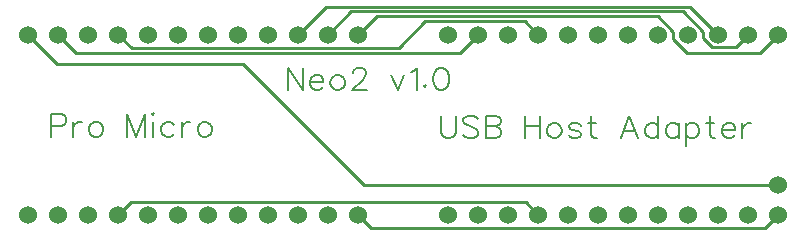
<source format=gtl>
G04 Layer: TopLayer*
G04 EasyEDA v6.4.25, 2021-12-20T20:28:38+01:00*
G04 82b2acacfa44477ab4118a9698532826,b4a5f7d9b4444f23be71920c898e1340,10*
G04 Gerber Generator version 0.2*
G04 Scale: 100 percent, Rotated: No, Reflected: No *
G04 Dimensions in inches *
G04 leading zeros omitted , absolute positions ,3 integer and 6 decimal *
%FSLAX36Y36*%
%MOIN*%

%ADD10C,0.0100*%
%ADD11C,0.0080*%
%ADD12C,0.0600*%

%LPD*%
D11*
X275000Y3435700D02*
G01*
X275000Y3359400D01*
X275000Y3435700D02*
G01*
X307699Y3435700D01*
X318600Y3432100D01*
X322300Y3428499D01*
X325900Y3421199D01*
X325900Y3410300D01*
X322300Y3403000D01*
X318600Y3399400D01*
X307699Y3395700D01*
X275000Y3395700D01*
X349899Y3410300D02*
G01*
X349899Y3359400D01*
X349899Y3388499D02*
G01*
X353499Y3399400D01*
X360799Y3406599D01*
X368099Y3410300D01*
X379000Y3410300D01*
X421199Y3410300D02*
G01*
X413899Y3406599D01*
X406599Y3399400D01*
X403000Y3388499D01*
X403000Y3381199D01*
X406599Y3370300D01*
X413899Y3363000D01*
X421199Y3359400D01*
X432100Y3359400D01*
X439400Y3363000D01*
X446599Y3370300D01*
X450300Y3381199D01*
X450300Y3388499D01*
X446599Y3399400D01*
X439400Y3406599D01*
X432100Y3410300D01*
X421199Y3410300D01*
X530300Y3435700D02*
G01*
X530300Y3359400D01*
X530300Y3435700D02*
G01*
X559400Y3359400D01*
X588499Y3435700D02*
G01*
X559400Y3359400D01*
X588499Y3435700D02*
G01*
X588499Y3359400D01*
X612500Y3435700D02*
G01*
X616100Y3432100D01*
X619699Y3435700D01*
X616100Y3439400D01*
X612500Y3435700D01*
X616100Y3410300D02*
G01*
X616100Y3359400D01*
X687399Y3399400D02*
G01*
X680100Y3406599D01*
X672800Y3410300D01*
X661900Y3410300D01*
X654600Y3406599D01*
X647399Y3399400D01*
X643699Y3388499D01*
X643699Y3381199D01*
X647399Y3370300D01*
X654600Y3363000D01*
X661900Y3359400D01*
X672800Y3359400D01*
X680100Y3363000D01*
X687399Y3370300D01*
X711399Y3410300D02*
G01*
X711399Y3359400D01*
X711399Y3388499D02*
G01*
X715000Y3399400D01*
X722300Y3406599D01*
X729499Y3410300D01*
X740500Y3410300D01*
X782600Y3410300D02*
G01*
X775399Y3406599D01*
X768100Y3399400D01*
X764499Y3388499D01*
X764499Y3381199D01*
X768100Y3370300D01*
X775399Y3363000D01*
X782600Y3359400D01*
X793500Y3359400D01*
X800799Y3363000D01*
X808100Y3370300D01*
X811700Y3381199D01*
X811700Y3388499D01*
X808100Y3399400D01*
X800799Y3406599D01*
X793500Y3410300D01*
X782600Y3410300D01*
X1575000Y3430700D02*
G01*
X1575000Y3376199D01*
X1578599Y3365300D01*
X1585900Y3358000D01*
X1596800Y3354400D01*
X1604099Y3354400D01*
X1615000Y3358000D01*
X1622299Y3365300D01*
X1625900Y3376199D01*
X1625900Y3430700D01*
X1700799Y3419800D02*
G01*
X1693500Y3427100D01*
X1682600Y3430700D01*
X1668100Y3430700D01*
X1657200Y3427100D01*
X1649899Y3419800D01*
X1649899Y3412500D01*
X1653500Y3405300D01*
X1657200Y3401599D01*
X1664499Y3398000D01*
X1686300Y3390700D01*
X1693500Y3387100D01*
X1697200Y3383499D01*
X1700799Y3376199D01*
X1700799Y3365300D01*
X1693500Y3358000D01*
X1682600Y3354400D01*
X1668100Y3354400D01*
X1657200Y3358000D01*
X1649899Y3365300D01*
X1724799Y3430700D02*
G01*
X1724799Y3354400D01*
X1724799Y3430700D02*
G01*
X1757500Y3430700D01*
X1768500Y3427100D01*
X1772100Y3423499D01*
X1775699Y3416199D01*
X1775699Y3408899D01*
X1772100Y3401599D01*
X1768500Y3398000D01*
X1757500Y3394400D01*
X1724799Y3394400D02*
G01*
X1757500Y3394400D01*
X1768500Y3390700D01*
X1772100Y3387100D01*
X1775699Y3379800D01*
X1775699Y3368899D01*
X1772100Y3361599D01*
X1768500Y3358000D01*
X1757500Y3354400D01*
X1724799Y3354400D01*
X1855699Y3430700D02*
G01*
X1855699Y3354400D01*
X1906599Y3430700D02*
G01*
X1906599Y3354400D01*
X1855699Y3394400D02*
G01*
X1906599Y3394400D01*
X1948800Y3405300D02*
G01*
X1941499Y3401599D01*
X1934300Y3394400D01*
X1930600Y3383499D01*
X1930600Y3376199D01*
X1934300Y3365300D01*
X1941499Y3358000D01*
X1948800Y3354400D01*
X1959700Y3354400D01*
X1966999Y3358000D01*
X1974300Y3365300D01*
X1977899Y3376199D01*
X1977899Y3383499D01*
X1974300Y3394400D01*
X1966999Y3401599D01*
X1959700Y3405300D01*
X1948800Y3405300D01*
X2041899Y3394400D02*
G01*
X2038299Y3401599D01*
X2027399Y3405300D01*
X2016499Y3405300D01*
X2005500Y3401599D01*
X2001899Y3394400D01*
X2005500Y3387100D01*
X2012799Y3383499D01*
X2031000Y3379800D01*
X2038299Y3376199D01*
X2041899Y3368899D01*
X2041899Y3365300D01*
X2038299Y3358000D01*
X2027399Y3354400D01*
X2016499Y3354400D01*
X2005500Y3358000D01*
X2001899Y3365300D01*
X2076800Y3430700D02*
G01*
X2076800Y3368899D01*
X2080500Y3358000D01*
X2087700Y3354400D01*
X2095000Y3354400D01*
X2065900Y3405300D02*
G01*
X2091400Y3405300D01*
X2204099Y3430700D02*
G01*
X2175000Y3354400D01*
X2204099Y3430700D02*
G01*
X2233199Y3354400D01*
X2185900Y3379800D02*
G01*
X2222299Y3379800D01*
X2300799Y3430700D02*
G01*
X2300799Y3354400D01*
X2300799Y3394400D02*
G01*
X2293500Y3401599D01*
X2286300Y3405300D01*
X2275399Y3405300D01*
X2268100Y3401599D01*
X2260799Y3394400D01*
X2257200Y3383499D01*
X2257200Y3376199D01*
X2260799Y3365300D01*
X2268100Y3358000D01*
X2275399Y3354400D01*
X2286300Y3354400D01*
X2293500Y3358000D01*
X2300799Y3365300D01*
X2368500Y3405300D02*
G01*
X2368500Y3354400D01*
X2368500Y3394400D02*
G01*
X2361199Y3401599D01*
X2353900Y3405300D01*
X2343000Y3405300D01*
X2335699Y3401599D01*
X2328500Y3394400D01*
X2324799Y3383499D01*
X2324799Y3376199D01*
X2328500Y3365300D01*
X2335699Y3358000D01*
X2343000Y3354400D01*
X2353900Y3354400D01*
X2361199Y3358000D01*
X2368500Y3365300D01*
X2392500Y3405300D02*
G01*
X2392500Y3328899D01*
X2392500Y3394400D02*
G01*
X2399700Y3401599D01*
X2406999Y3405300D01*
X2417899Y3405300D01*
X2425200Y3401599D01*
X2432500Y3394400D01*
X2436099Y3383499D01*
X2436099Y3376199D01*
X2432500Y3365300D01*
X2425200Y3358000D01*
X2417899Y3354400D01*
X2406999Y3354400D01*
X2399700Y3358000D01*
X2392500Y3365300D01*
X2471000Y3430700D02*
G01*
X2471000Y3368899D01*
X2474600Y3358000D01*
X2481899Y3354400D01*
X2489200Y3354400D01*
X2460100Y3405300D02*
G01*
X2485500Y3405300D01*
X2513199Y3383499D02*
G01*
X2556800Y3383499D01*
X2556800Y3390700D01*
X2553199Y3398000D01*
X2549499Y3401599D01*
X2542299Y3405300D01*
X2531400Y3405300D01*
X2524099Y3401599D01*
X2516800Y3394400D01*
X2513199Y3383499D01*
X2513199Y3376199D01*
X2516800Y3365300D01*
X2524099Y3358000D01*
X2531400Y3354400D01*
X2542299Y3354400D01*
X2549499Y3358000D01*
X2556800Y3365300D01*
X2580799Y3405300D02*
G01*
X2580799Y3354400D01*
X2580799Y3383499D02*
G01*
X2584499Y3394400D01*
X2591700Y3401599D01*
X2598999Y3405300D01*
X2609899Y3405300D01*
X1065000Y3590700D02*
G01*
X1065000Y3514400D01*
X1065000Y3590700D02*
G01*
X1115900Y3514400D01*
X1115900Y3590700D02*
G01*
X1115900Y3514400D01*
X1139899Y3543499D02*
G01*
X1183500Y3543499D01*
X1183500Y3550700D01*
X1179899Y3558000D01*
X1176300Y3561599D01*
X1168999Y3565300D01*
X1158100Y3565300D01*
X1150799Y3561599D01*
X1143500Y3554400D01*
X1139899Y3543499D01*
X1139899Y3536199D01*
X1143500Y3525300D01*
X1150799Y3518000D01*
X1158100Y3514400D01*
X1168999Y3514400D01*
X1176300Y3518000D01*
X1183500Y3525300D01*
X1225699Y3565300D02*
G01*
X1218500Y3561599D01*
X1211199Y3554400D01*
X1207500Y3543499D01*
X1207500Y3536199D01*
X1211199Y3525300D01*
X1218500Y3518000D01*
X1225699Y3514400D01*
X1236599Y3514400D01*
X1243900Y3518000D01*
X1251199Y3525300D01*
X1254799Y3536199D01*
X1254799Y3543499D01*
X1251199Y3554400D01*
X1243900Y3561599D01*
X1236599Y3565300D01*
X1225699Y3565300D01*
X1282500Y3572500D02*
G01*
X1282500Y3576199D01*
X1286099Y3583499D01*
X1289700Y3587100D01*
X1296999Y3590700D01*
X1311499Y3590700D01*
X1318800Y3587100D01*
X1322500Y3583499D01*
X1326099Y3576199D01*
X1326099Y3568899D01*
X1322500Y3561599D01*
X1315200Y3550700D01*
X1278800Y3514400D01*
X1329700Y3514400D01*
X1409700Y3565300D02*
G01*
X1431499Y3514400D01*
X1453400Y3565300D02*
G01*
X1431499Y3514400D01*
X1477399Y3576199D02*
G01*
X1484600Y3579800D01*
X1495500Y3590700D01*
X1495500Y3514400D01*
X1523199Y3532500D02*
G01*
X1519499Y3528899D01*
X1523199Y3525300D01*
X1526800Y3528899D01*
X1523199Y3532500D01*
X1572600Y3590700D02*
G01*
X1561700Y3587100D01*
X1554499Y3576199D01*
X1550799Y3558000D01*
X1550799Y3547100D01*
X1554499Y3528899D01*
X1561700Y3518000D01*
X1572600Y3514400D01*
X1579899Y3514400D01*
X1590799Y3518000D01*
X1598100Y3528899D01*
X1601700Y3547100D01*
X1601700Y3558000D01*
X1598100Y3576199D01*
X1590799Y3587100D01*
X1579899Y3590700D01*
X1572600Y3590700D01*
D10*
X2700000Y3199998D02*
G01*
X1319620Y3199998D01*
X916340Y3603279D01*
X296720Y3603279D01*
X200000Y3699998D01*
X300000Y3699998D02*
G01*
X360569Y3639429D01*
X1639430Y3639429D01*
X1700000Y3699998D01*
X1900000Y3699998D02*
G01*
X1854700Y3745299D01*
X1524089Y3745299D01*
X1434330Y3655538D01*
X544459Y3655538D01*
X500000Y3699998D01*
X2500000Y3699998D02*
G01*
X2406369Y3793629D01*
X1193630Y3793629D01*
X1100000Y3699998D01*
X2600000Y3699998D02*
G01*
X2558680Y3658679D01*
X2479629Y3658679D01*
X2450000Y3688308D01*
X2450000Y3709439D01*
X2381920Y3777519D01*
X1277520Y3777519D01*
X1200000Y3699998D01*
X2700000Y3699998D02*
G01*
X2639420Y3639418D01*
X2397529Y3639418D01*
X2350010Y3686939D01*
X2350010Y3709398D01*
X2298000Y3761408D01*
X1361409Y3761408D01*
X1300000Y3699998D01*
X1900000Y3099998D02*
G01*
X1858900Y3141098D01*
X541100Y3141098D01*
X500000Y3099998D01*
X2700000Y3099998D02*
G01*
X2656090Y3056089D01*
X1343909Y3056089D01*
X1300000Y3099998D01*
D12*
G01*
X200000Y3700000D03*
G01*
X300000Y3700000D03*
G01*
X400000Y3700000D03*
G01*
X500000Y3700000D03*
G01*
X600000Y3700000D03*
G01*
X700000Y3700000D03*
G01*
X800000Y3700000D03*
G01*
X900000Y3700000D03*
G01*
X1000000Y3700000D03*
G01*
X1100000Y3700000D03*
G01*
X1200000Y3700000D03*
G01*
X1300000Y3700000D03*
G01*
X200000Y3100000D03*
G01*
X300000Y3100000D03*
G01*
X400000Y3100000D03*
G01*
X500000Y3100000D03*
G01*
X600000Y3100000D03*
G01*
X700000Y3100000D03*
G01*
X800000Y3100000D03*
G01*
X900000Y3100000D03*
G01*
X1000000Y3100000D03*
G01*
X1100000Y3100000D03*
G01*
X1200000Y3100000D03*
G01*
X1300000Y3100000D03*
G01*
X2700000Y3100000D03*
G01*
X2600000Y3100000D03*
G01*
X2500000Y3100000D03*
G01*
X2400000Y3100000D03*
G01*
X2300000Y3100000D03*
G01*
X2200000Y3100000D03*
G01*
X2100000Y3100000D03*
G01*
X2000000Y3100000D03*
G01*
X1900000Y3100000D03*
G01*
X1800000Y3100000D03*
G01*
X1700000Y3100000D03*
G01*
X1600000Y3100000D03*
G01*
X2700000Y3700000D03*
G01*
X2600000Y3700000D03*
G01*
X2500000Y3700000D03*
G01*
X2400000Y3700000D03*
G01*
X2300000Y3700000D03*
G01*
X2200000Y3700000D03*
G01*
X2100000Y3700000D03*
G01*
X2000000Y3700000D03*
G01*
X1900000Y3700000D03*
G01*
X1800000Y3700000D03*
G01*
X1700000Y3700000D03*
G01*
X1600000Y3700000D03*
G01*
X2700000Y3200000D03*
M02*

</source>
